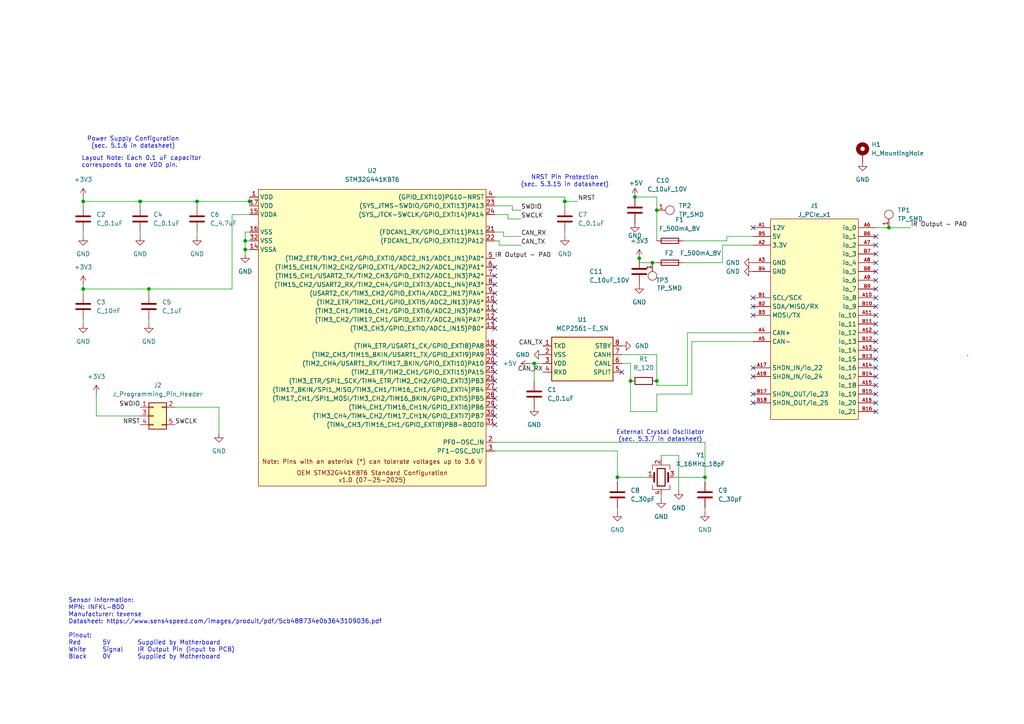
<source format=kicad_sch>
(kicad_sch (version 20250114) (generator "eeschema") (generator_version "9.0")
  (paper "A4")
  (title_block (title "Brake Temperature Sensor") (date "2026-01-31") (rev "1.0") (comment 1 "Matthew Townsend"))
  (lib_symbols
    (symbol "OEM:C_0.1uF_16V_0603" (pin_numbers (hide yes)) (pin_names (offset 0.254))
      (property "Reference" "C" (at 0.635 2.54 0))
      (property "Value" "C_0.1uF_16V" (at 0.635 -2.54 0))
      (symbol "C_0.1uF_16V_0603_0_1"
        (polyline (pts (xy -2.032 0.762) (xy 2.032 0.762)) (stroke (width 0.508)))
        (polyline (pts (xy -2.032 -0.762) (xy 2.032 -0.762)) (stroke (width 0.508)))
      )
      (symbol "C_0.1uF_16V_0603_1_1"
        (pin passive line (at 0 3.81 270) (length 2.794) (name "~") (number "1"))
        (pin passive line (at 0 -3.81 90) (length 2.794) (name "~") (number "2"))
      )
    )
    (symbol "OEM:C_10nF_50V_0603" (pin_numbers (hide yes)) (pin_names (offset 0.254))
      (property "Reference" "C" (at 0.635 2.54 0))
      (property "Value" "C_10nF_50V" (at 0.635 -2.54 0))
      (symbol "C_10nF_50V_0603_0_1"
        (polyline (pts (xy -2.032 0.762) (xy 2.032 0.762)) (stroke (width 0.508)))
        (polyline (pts (xy -2.032 -0.762) (xy 2.032 -0.762)) (stroke (width 0.508)))
      )
      (symbol "C_10nF_50V_0603_1_1"
        (pin passive line (at 0 3.81 270) (length 2.794) (name "~") (number "1"))
        (pin passive line (at 0 -3.81 90) (length 2.794) (name "~") (number "2"))
      )
    )
    (symbol "OEM:C_10uF_10V_0603" (pin_numbers (hide yes)) (pin_names (offset 0.254))
      (property "Reference" "C" (at 0.635 2.54 0))
      (property "Value" "C_10uF_10V" (at 0.635 -2.54 0))
      (symbol "C_10uF_10V_0603_0_1"
        (polyline (pts (xy -2.032 0.762) (xy 2.032 0.762)) (stroke (width 0.508)))
        (polyline (pts (xy -2.032 -0.762) (xy 2.032 -0.762)) (stroke (width 0.508)))
      )
      (symbol "C_10uF_10V_0603_1_1"
        (pin passive line (at 0 3.81 270) (length 2.794) (name "~") (number "1"))
        (pin passive line (at 0 -3.81 90) (length 2.794) (name "~") (number "2"))
      )
    )
    (symbol "OEM:C_1uF_25V_0603" (pin_numbers (hide yes)) (pin_names (offset 0.254))
      (property "Reference" "C" (at 0.635 2.54 0))
      (property "Value" "C_1uF_25V" (at 0.635 -2.54 0))
      (symbol "C_1uF_25V_0603_0_1"
        (polyline (pts (xy -2.032 0.762) (xy 2.032 0.762)) (stroke (width 0.508)))
        (polyline (pts (xy -2.032 -0.762) (xy 2.032 -0.762)) (stroke (width 0.508)))
      )
      (symbol "C_1uF_25V_0603_1_1"
        (pin passive line (at 0 3.81 270) (length 2.794) (name "~") (number "1"))
        (pin passive line (at 0 -3.81 90) (length 2.794) (name "~") (number "2"))
      )
    )
    (symbol "OEM:C_30pF_50V_0603" (pin_numbers (hide yes)) (pin_names (offset 0.254))
      (property "Reference" "C" (at 0.635 2.54 0))
      (property "Value" "C_30pF_50V" (at 0.635 -2.54 0))
      (symbol "C_30pF_50V_0603_0_1"
        (polyline (pts (xy -2.032 0.762) (xy 2.032 0.762)) (stroke (width 0.508)))
        (polyline (pts (xy -2.032 -0.762) (xy 2.032 -0.762)) (stroke (width 0.508)))
      )
      (symbol "C_30pF_50V_0603_1_1"
        (pin passive line (at 0 3.81 270) (length 2.794) (name "~") (number "1"))
        (pin passive line (at 0 -3.81 90) (length 2.794) (name "~") (number "2"))
      )
    )
    (symbol "OEM:C_4.7uF_25V_0603" (pin_numbers (hide yes)) (pin_names (offset 0.254))
      (property "Reference" "C" (at 0.635 2.54 0))
      (property "Value" "C_4.7uF_25V" (at 0.635 -2.54 0))
      (symbol "C_4.7uF_25V_0603_0_1"
        (polyline (pts (xy -2.032 0.762) (xy 2.032 0.762)) (stroke (width 0.508)))
        (polyline (pts (xy -2.032 -0.762) (xy 2.032 -0.762)) (stroke (width 0.508)))
      )
      (symbol "C_4.7uF_25V_0603_1_1"
        (pin passive line (at 0 3.81 270) (length 2.794) (name "~") (number "1"))
        (pin passive line (at 0 -3.81 90) (length 2.794) (name "~") (number "2"))
      )
    )
    (symbol "OEM:F_500mA_8V_1206" (pin_numbers (hide yes)) (pin_names (offset 0))
      (property "Reference" "F" (at 2.032 0 90))
      (property "Value" "F_500mA_8V" (at -1.905 0 90))
      (symbol "F_500mA_8V_1206_0_1"
        (rectangle (start -0.762 -2.54) (end 0.762 2.54) (stroke (width 0.254)))
        (polyline (pts (xy 0 2.54) (xy 0 -2.54)))
      )
      (symbol "F_500mA_8V_1206_1_1"
        (pin passive line (at 0 3.81 270) (length 1.27) (name "~") (number "1"))
        (pin passive line (at 0 -3.81 90) (length 1.27) (name "~") (number "2"))
      )
    )
    (symbol "OEM:H_MountingHole" (pin_numbers (hide yes)) (pin_names (offset 1.016) (hide yes)) (in_bom no)
      (property "Reference" "H" (at 0 6.35 0))
      (property "Value" "H_MountingHole" (at 0 4.445 0))
      (symbol "H_MountingHole_0_1"
        (circle (center 0 1.27) (radius 1.27) (stroke (width 1.27)))
      )
      (symbol "H_MountingHole_1_1"
        (pin input line (at 0 -2.54 90) (length 2.54) (name "1") (number "1"))
      )
    )
    (symbol "OEM:J_PCIe_x1"
      (property "Reference" "J" (at 0 30.48 0))
      (property "Value" "J_PCIe_x1" (at 0 27.94 0))
      (symbol "J_PCIe_x1_0_1"
        (circle (center 44.45 -12.954) (radius 0.0001))
      )
      (symbol "J_PCIe_x1_1_1"
        (rectangle (start -12.7 26.67) (end 12.7 -31.496) (fill (type background)))
        (pin bidirectional line (at -17.78 24.13 0) (length 5) (name "12V") (number "A1"))
        (pin bidirectional line (at -17.78 21.59 0) (length 5) (name "5V") (number "B5"))
        (pin bidirectional line (at -17.78 19.05 0) (length 5) (name "3.3V") (number "A2"))
        (pin bidirectional line (at -17.78 13.97 0) (length 5) (name "GND") (number "A3"))
        (pin bidirectional line (at -17.78 11.43 0) (length 5) (name "GND") (number "B4"))
        (pin bidirectional line (at -17.78 3.81 0) (length 5) (name "SCL/SCK") (number "B1"))
        (pin bidirectional line (at -17.78 1.27 0) (length 5) (name "SDA/MISO/RX") (number "B2"))
        (pin bidirectional line (at -17.78 -1.27 0) (length 5) (name "MOSI/TX") (number "B3"))
        (pin bidirectional line (at -17.78 -6.35 0) (length 5) (name "CAN+") (number "A4"))
        (pin bidirectional line (at -17.78 -8.89 0) (length 5) (name "CAN-") (number "A5"))
        (pin bidirectional line (at -17.78 -16.51 0) (length 5) (name "SHDN_IN/io_22") (number "A17"))
        (pin bidirectional line (at -17.78 -19.05 0) (length 5) (name "SHDN_IN/io_24") (number "A18"))
        (pin bidirectional line (at -17.78 -24.13 0) (length 5) (name "SHDN_OUT/io_23") (number "B17"))
        (pin bidirectional line (at -17.78 -26.67 0) (length 5) (name "SHDN_OUT/io_25") (number "B18"))
        (pin bidirectional line (at 17.78 24.13 180) (length 5) (name "io_0") (number "A6"))
        (pin bidirectional line (at 17.78 21.59 180) (length 5) (name "io_1") (number "B6"))
        (pin bidirectional line (at 17.78 19.05 180) (length 5) (name "io_2") (number "A7"))
        (pin bidirectional line (at 17.78 16.51 180) (length 5) (name "io_3") (number "B7"))
        (pin bidirectional line (at 17.78 13.97 180) (length 5) (name "io_4") (number "A8"))
        (pin bidirectional line (at 17.78 11.43 180) (length 5) (name "io_5") (number "B8"))
        (pin bidirectional line (at 17.78 8.89 180) (length 5) (name "io_6") (number "A9"))
        (pin bidirectional line (at 17.78 6.35 180) (length 5) (name "io_7") (number "B9"))
        (pin bidirectional line (at 17.78 3.81 180) (length 5) (name "io_8") (number "A10"))
        (pin bidirectional line (at 17.78 1.27 180) (length 5) (name "io_9") (number "B10"))
        (pin bidirectional line (at 17.78 -1.27 180) (length 5) (name "io_10") (number "A11"))
        (pin bidirectional line (at 17.78 -3.81 180) (length 5) (name "io_11") (number "B11"))
        (pin bidirectional line (at 17.78 -6.35 180) (length 5) (name "io_12") (number "A12"))
        (pin bidirectional line (at 17.78 -8.89 180) (length 5) (name "io_13") (number "B12"))
        (pin bidirectional line (at 17.78 -11.43 180) (length 5) (name "io_14") (number "A13"))
        (pin bidirectional line (at 17.78 -13.97 180) (length 5) (name "io_15") (number "B13"))
        (pin bidirectional line (at 17.78 -16.51 180) (length 5) (name "io_16") (number "A14"))
        (pin bidirectional line (at 17.78 -19.05 180) (length 5) (name "io_17") (number "B14"))
        (pin bidirectional line (at 17.78 -21.59 180) (length 5) (name "io_18") (number "A15"))
        (pin bidirectional line (at 17.78 -24.13 180) (length 5) (name "io_19") (number "B15"))
        (pin bidirectional line (at 17.78 -26.67 180) (length 5) (name "io_20") (number "A16"))
        (pin bidirectional line (at 17.78 -29.21 180) (length 5) (name "io_21") (number "B16"))
      )
    )
    (symbol "OEM:J_Programming_Pin_Header" (pin_names (offset 1.016) (hide yes))
      (property "Reference" "J" (at 1.27 5.08 0))
      (property "Value" "J_Programming_Pin_Header" (at 1.27 -5.08 0))
      (symbol "J_Programming_Pin_Header_1_1"
        (rectangle (start -1.27 3.81) (end 3.81 -3.81) (stroke (width 0.254)) (fill (type background)))
        (rectangle (start -1.27 2.667) (end 0 2.413) (stroke (width 0.1524)))
        (rectangle (start -1.27 0.127) (end 0 -0.127) (stroke (width 0.1524)))
        (rectangle (start -1.27 -2.413) (end 0 -2.667) (stroke (width 0.1524)))
        (rectangle (start 3.81 2.667) (end 2.54 2.413) (stroke (width 0.1524)))
        (rectangle (start 3.81 -2.413) (end 2.54 -2.667) (stroke (width 0.1524)))
        (pin passive line (at -3.81 2.54 0) (length 2.54) (name "Pin_1") (number "1"))
        (pin passive line (at -3.81 0 0) (length 2.54) (name "Pin_3") (number "3"))
        (pin passive line (at -3.81 -2.54 0) (length 2.54) (name "Pin_4") (number "4"))
        (pin passive line (at 6.35 2.54 180) (length 2.54) (name "Pin_2") (number "2"))
        (pin passive line (at 6.35 -2.54 180) (length 2.54) (name "Pin_5") (number "5"))
      )
    )
    (symbol "OEM:R_120_0.1W_0603" (pin_numbers (hide yes)) (pin_names (offset 0))
      (property "Reference" "R" (at 2.032 0 90))
      (property "Value" "R_120" (at 0 0 90))
      (symbol "R_120_0.1W_0603_0_1"
        (rectangle (start -1.016 -2.54) (end 1.016 2.54) (stroke (width 0.254)))
      )
      (symbol "R_120_0.1W_0603_1_1"
        (pin passive line (at 0 3.81 270) (length 1.27) (name "~") (number "1"))
        (pin passive line (at 0 -3.81 90) (length 1.27) (name "~") (number "2"))
      )
    )
    (symbol "OEM:TP_Hook_SMD" (pin_names (offset 1.016))
      (property "Reference" "TP" (at 0 7.62 0))
      (property "Value" "TP_SMD" (at 1.27 5.08 0))
      (symbol "TP_Hook_SMD_1_1"
        (circle (center 0 2.54) (radius 1.27))
        (pin input line (at 0 -1.27 90) (length 2.54) (name "~") (number "1"))
      )
    )
    (symbol "OEM:U_CAN-Transceiver_MCP2561-E_SN_SOIC-8"
      (property "Reference" "U" (at 10.16 11.43 0))
      (property "Value" "MCP2561-E_SN" (at 10.16 8.89 0))
      (symbol "U_CAN-Transceiver_MCP2561-E_SN_SOIC-8_1_1"
        (rectangle (start -8.89 6.35) (end 8.89 -6.35) (stroke (width 0.254)) (fill (type background)))
        (pin passive line (at -11.43 3.81 0) (length 2.54) (name "TXD") (number "1"))
        (pin passive line (at -11.43 1.27 0) (length 2.54) (name "VSS") (number "2"))
        (pin passive line (at -11.43 -1.27 0) (length 2.54) (name "VDD") (number "3"))
        (pin passive line (at -11.43 -3.81 0) (length 2.54) (name "RXD") (number "4"))
        (pin passive line (at 11.43 3.81 180) (length 2.54) (name "STBY") (number "8"))
        (pin passive line (at 11.43 1.27 180) (length 2.54) (name "CANH") (number "7"))
        (pin passive line (at 11.43 -1.27 180) (length 2.54) (name "CANL") (number "6"))
        (pin passive line (at 11.43 -3.81 180) (length 2.54) (name "SPLIT") (number "5"))
      )
    )
    (symbol "OEM:U_MCU_STM32G441KBT6_32-LQFP"
      (property "Reference" "U" (at 0 47.244 0))
      (property "Value" "STM32G441KBT6" (at 0 44.704 0))
      (symbol "U_MCU_STM32G441KBT6_32-LQFP_1_1"
        (rectangle (start -33.02 42.8625) (end 33.02 -43.1799) (fill (type color) (color 255 255 194 1)))
        (text "Note: Pins with an asterisk (*) can tolerate voltages up to 3.6 V\n" (at 0 -36.068 0) (effects (font (size 1.27 1.27))))
        (text "OEM STM32G441KBT6 Standard Configuration\nv1.0 (07-25-2025)" (at 0 -40.386 0) (effects (font (size 1.27 1.27))))
        (pin power_in line (at -35.56 40.64 0) (length 2.54) (name "VDD") (number "1"))
        (pin power_in line (at -35.56 38.1 0) (length 2.54) (name "VDD") (number "17"))
        (pin power_in line (at -35.56 35.56 0) (length 2.54) (name "VDDA") (number "15"))
        (pin power_in line (at -35.56 30.48 0) (length 2.54) (name "VSS") (number "16"))
        (pin power_in line (at -35.56 27.94 0) (length 2.54) (name "VSS") (number "32"))
        (pin power_in line (at -35.56 25.4 0) (length 2.54) (name "VSSA") (number "14"))
        (pin bidirectional line (at 35.56 40.64 180) (length 2.54) (name "(GPIO_EXTI10)PG10-NRST") (number "4"))
        (pin bidirectional line (at 35.56 38.1 180) (length 2.54) (name "(SYS_JTMS-SWDIO/GPIO_EXTI13)PA13") (number "23"))
        (pin bidirectional line (at 35.56 35.56 180) (length 2.54) (name "(SYS_JTCK-SWCLK/GPIO_EXTI14)PA14") (number "24"))
        (pin bidirectional line (at 35.56 30.48 180) (length 2.54) (name "(FDCAN1_RX/GPIO_EXTI11)PA11") (number "21"))
        (pin bidirectional line (at 35.56 27.94 180) (length 2.54) (name "(FDCAN1_TX/GPIO_EXTI12)PA12") (number "22"))
        (pin bidirectional line (at 35.56 22.86 180) (length 2.54) (name "(TIM2_ETR/TIM2_CH1/GPIO_EXTI0/ADC2_IN1/ADC1_IN1)PA0*") (number "5"))
        (pin bidirectional line (at 35.56 20.32 180) (length 2.54) (name "(TIM15_CH1N/TIM2_CH2/GPIO_EXTI1/ADC2_IN2/ADC1_IN2)PA1*") (number "6"))
        (pin bidirectional line (at 35.56 17.78 180) (length 2.54) (name "(TIM15_CH1/USART2_TX/TIM2_CH3/GPIO_EXTI2/ADC1_IN3)PA2*") (number "7"))
        (pin bidirectional line (at 35.56 15.24 180) (length 2.54) (name "(TIM15_CH2/USART2_RX/TIM2_CH4/GPIO_EXTI3/ADC1_IN4)PA3*") (number "8"))
        (pin bidirectional line (at 35.56 12.7 180) (length 2.54) (name "(USART2_CK/TIM3_CH2/GPIO_EXTI4/ADC2_IN17)PA4*") (number "9"))
        (pin bidirectional line (at 35.56 10.16 180) (length 2.54) (name "(TIM2_ETR/TIM2_CH1/GPIO_EXTI5/ADC2_IN13)PA5*") (number "10"))
        (pin bidirectional line (at 35.56 7.62 180) (length 2.54) (name "(TIM3_CH1/TIM16_CH1/GPIO_EXTI6/ADC2_IN3)PA6*") (number "11"))
        (pin bidirectional line (at 35.56 5.08 180) (length 2.54) (name "(TIM3_CH2/TIM17_CH1/GPIO_EXTI7/ADC2_IN4)PA7*") (number "12"))
        (pin bidirectional line (at 35.56 2.54 180) (length 2.54) (name "(TIM3_CH3/GPIO_EXTI0/ADC1_IN15)PB0*") (number "13"))
        (pin bidirectional line (at 35.56 -2.54 180) (length 2.54) (name "(TIM4_ETR/USART1_CK/GPIO_EXTI8)PA8") (number "18"))
        (pin bidirectional line (at 35.56 -5.08 180) (length 2.54) (name "(TIM2_CH3/TIM15_BKIN/USART1_TX/GPIO_EXTI9)PA9") (number "19"))
        (pin bidirectional line (at 35.56 -7.62 180) (length 2.54) (name "(TIM2_CH4/USART1_RX/TIM17_BKIN/GPIO_EXTI10)PA10") (number "20"))
        (pin bidirectional line (at 35.56 -10.16 180) (length 2.54) (name "(TIM2_ETR/TIM2_CH1/GPIO_EXTI15)PA15") (number "25"))
        (pin bidirectional line (at 35.56 -12.7 180) (length 2.54) (name "(TIM3_ETR/SPI1_SCK/TIM4_ETR/TIM2_CH2/GPIO_EXTI3)PB3") (number "26"))
        (pin bidirectional line (at 35.56 -15.24 180) (length 2.54) (name "(TIM17_BKIN/SPI1_MISO/TIM3_CH1/TIM16_CH1/GPIO_EXTI4)PB4") (number "27"))
        (pin bidirectional line (at 35.56 -17.78 180) (length 2.54) (name "(TIM17_CH1/SPI1_MOSI/TIM3_CH2/TIM16_BKIN/GPIO_EXTI5)PB5") (number "28"))
        (pin bidirectional line (at 35.56 -20.32 180) (length 2.54) (name "(TIM4_CH1/TIM16_CH1N/GPIO_EXTI6)PB6") (number "29"))
        (pin bidirectional line (at 35.56 -22.86 180) (length 2.54) (name "(TIM3_CH4/TIM4_CH2/TIM17_CH1N/GPIO_EXTI7)PB7") (number "30"))
        (pin bidirectional line (at 35.56 -25.4 180) (length 2.54) (name "(TIM4_CH3/TIM16_CH1/GPIO_EXTI8)PB8-BOOT0") (number "31"))
        (pin bidirectional line (at 35.56 -30.48 180) (length 2.54) (name "PF0-OSC_IN") (number "2"))
        (pin bidirectional line (at 35.56 -33.02 180) (length 2.54) (name "PF1-OSC_OUT") (number "3"))
      )
    )
    (symbol "OEM:X_16MHz_18pF_SMD" (pin_names (offset 1.016) (hide yes))
      (property "Reference" "Y" (at 3.175 5.08 0))
      (property "Value" "X_16MHz_18pF" (at 3.175 3.175 0))
      (symbol "X_16MHz_18pF_SMD_0_1"
        (polyline (pts (xy -2.54 2.286) (xy -2.54 3.556) (xy 2.54 3.556) (xy 2.54 2.286)))
        (polyline (pts (xy -2.54 0) (xy -2.032 0)))
        (polyline (pts (xy -2.54 -2.286) (xy -2.54 -3.556) (xy 2.54 -3.556) (xy 2.54 -2.286)))
        (polyline (pts (xy -2.032 -1.27) (xy -2.032 1.27)) (stroke (width 0.508)))
        (rectangle (start -1.143 2.54) (end 1.143 -2.54) (stroke (width 0.3048)))
        (polyline (pts (xy 0 3.556) (xy 0 3.81)))
        (polyline (pts (xy 0 -3.81) (xy 0 -3.556)))
        (polyline (pts (xy 2.032 0) (xy 2.54 0)))
        (polyline (pts (xy 2.032 -1.27) (xy 2.032 1.27)) (stroke (width 0.508)))
      )
      (symbol "X_16MHz_18pF_SMD_1_1"
        (pin passive line (at -3.81 0 0) (length 1.27) (name "1") (number "1"))
        (pin passive line (at 0 5.08 270) (length 1.27) (name "2") (number "2"))
        (pin passive line (at 0 -5.08 90) (length 1.27) (name "4") (number "4"))
        (pin passive line (at 3.81 0 180) (length 1.27) (name "3") (number "3"))
      )
    )
    (symbol "power:+3V3" (power) (pin_numbers (hide yes)) (pin_names (offset 0) (hide yes))
      (property "Value" "+3V3" (at 0 3.556 0))
      (symbol "+3V3_0_1"
        (polyline (pts (xy -0.762 1.27) (xy 0 2.54)))
        (polyline (pts (xy 0 2.54) (xy 0.762 1.27)))
        (polyline (pts (xy 0 0) (xy 0 2.54)))
      )
      (symbol "+3V3_1_1"
        (pin power_in line (at 0 0 90) (length 0) (name "~") (number "1"))
      )
    )
    (symbol "power:+5V" (power) (pin_numbers (hide yes)) (pin_names (offset 0) (hide yes))
      (property "Value" "+5V" (at 0 3.556 0))
      (symbol "+5V_0_1"
        (polyline (pts (xy -0.762 1.27) (xy 0 2.54)))
        (polyline (pts (xy 0 2.54) (xy 0.762 1.27)))
        (polyline (pts (xy 0 0) (xy 0 2.54)))
      )
      (symbol "+5V_1_1"
        (pin power_in line (at 0 0 90) (length 0) (name "~") (number "1"))
      )
    )
    (symbol "power:GND" (power) (pin_numbers (hide yes)) (pin_names (offset 0) (hide yes))
      (property "Value" "GND" (at 0 -3.81 0))
      (symbol "GND_0_1"
        (polyline (pts (xy 0 0) (xy 0 -1.27) (xy 1.27 -1.27) (xy 0 -2.54) (xy -1.27 -1.27) (xy 0 -1.27)))
      )
      (symbol "GND_1_1"
        (pin power_in line (at 0 0 270) (length 0) (name "~") (number "1"))
      )
    )
  )
  (text "Power Supply Configuration\n(sec. 5.1.6 in datasheet)" (at 38.608 41.402 0) (effects (font (size 1.27 1.27))))
  (text "NRST Pin Protection\n(sec. 5.3.15 in datasheet)" (at 163.83 52.578 0) (effects (font (size 1.27 1.27))))
  (text "External Crystal Oscillator\n(sec. 5.3.7 in datasheet)" (at 191.516 126.492 0) (effects (font (size 1.27 1.27))))
  (text "Sensor Information:\nMPN: INFKL-800\nManufacturer: texense\nDatasheet: https://www.sens4speed.com/images/produit/pdf/5cb488734e0b3643109036.pdf\n\nPinout:\nRed		5V		Supplied by Motherboard\nWhite	Signal	IR Output Pin (input to PCB)\nBlack	0V		Supplied by Motherboard" (at 19.812 173.482 0) (effects (font (size 1.27 1.27)) (justify left top)))
  (text "Layout Note: Each 0.1 uF capacitor\ncorresponds to one VDD pin." (at 23.622 46.99 0) (effects (font (size 1.27 1.27)) (justify left)))
  (junction (at 40.64 58.42))
  (junction (at 189.23 76.2))
  (junction (at 257.81 66.04))
  (junction (at 163.83 58.42))
  (junction (at 72.39 58.42))
  (junction (at 184.15 57.15))
  (junction (at 179.07 138.43))
  (junction (at 204.47 138.43))
  (junction (at 24.13 83.82))
  (junction (at 57.15 58.42))
  (junction (at 43.18 83.82))
  (junction (at 190.5 60.96))
  (junction (at 71.12 72.39))
  (junction (at 185.42 74.93))
  (junction (at 24.13 58.42))
  (junction (at 190.5 110.49))
  (junction (at 154.94 105.41))
  (junction (at 71.12 69.85))
  (junction (at 182.88 110.49))
  (no_connect (at 143.51 123.19))
  (no_connect (at 254 91.44))
  (no_connect (at 143.51 113.03))
  (no_connect (at 143.51 80.01))
  (no_connect (at 143.51 105.41))
  (no_connect (at 143.51 120.65))
  (no_connect (at 143.51 90.17))
  (no_connect (at 218.44 88.9))
  (no_connect (at 254 78.74))
  (no_connect (at 143.51 100.33))
  (no_connect (at 254 68.58))
  (no_connect (at 254 109.22))
  (no_connect (at 218.44 106.68))
  (no_connect (at 254 119.38))
  (no_connect (at 143.51 85.09))
  (no_connect (at 254 83.82))
  (no_connect (at 143.51 95.25))
  (no_connect (at 254 111.76))
  (no_connect (at 254 86.36))
  (no_connect (at 254 88.9))
  (no_connect (at 218.44 116.84))
  (no_connect (at 218.44 114.3))
  (no_connect (at 143.51 102.87))
  (no_connect (at 218.44 86.36))
  (no_connect (at 218.44 91.44))
  (no_connect (at 254 106.68))
  (no_connect (at 143.51 92.71))
  (no_connect (at 143.51 87.63))
  (no_connect (at 143.51 118.11))
  (no_connect (at 180.34 107.95))
  (no_connect (at 254 116.84))
  (no_connect (at 254 99.06))
  (no_connect (at 254 73.66))
  (no_connect (at 254 104.14))
  (no_connect (at 254 93.98))
  (no_connect (at 254 101.6))
  (no_connect (at 254 71.12))
  (no_connect (at 254 81.28))
  (no_connect (at 254 76.2))
  (no_connect (at 254 114.3))
  (no_connect (at 143.51 107.95))
  (no_connect (at 143.51 110.49))
  (no_connect (at 218.44 66.04))
  (no_connect (at 143.51 115.57))
  (no_connect (at 143.51 82.55))
  (no_connect (at 218.44 109.22))
  (no_connect (at 143.51 77.47))
  (no_connect (at 254 96.52))
  (wire (pts (xy 190.5 110.49) (xy 190.5 111.76)))
  (wire (pts (xy 199.39 111.76) (xy 199.39 96.52)))
  (wire (pts (xy 72.39 67.31) (xy 71.12 67.31)))
  (wire (pts (xy 195.58 138.43) (xy 204.47 138.43)))
  (wire (pts (xy 71.12 72.39) (xy 71.12 73.66)))
  (wire (pts (xy 179.07 138.43) (xy 187.96 138.43)))
  (wire (pts (xy 179.07 138.43) (xy 179.07 139.7)))
  (wire (pts (xy 143.51 67.31) (xy 146.05 67.31)))
  (wire (pts (xy 71.12 72.39) (xy 71.12 69.85)))
  (wire (pts (xy 182.88 110.49) (xy 182.88 119.38)))
  (wire (pts (xy 200.66 99.06) (xy 218.44 99.06)))
  (wire (pts (xy 72.39 58.42) (xy 72.39 59.69)))
  (wire (pts (xy 182.88 119.38) (xy 190.5 119.38)))
  (wire (pts (xy 182.88 110.49) (xy 182.88 105.41)))
  (wire (pts (xy 154.94 110.49) (xy 154.94 105.41)))
  (wire (pts (xy 163.83 67.31) (xy 163.83 68.58)))
  (wire (pts (xy 190.5 111.76) (xy 199.39 111.76)))
  (wire (pts (xy 200.66 114.3) (xy 200.66 99.06)))
  (wire (pts (xy 67.31 62.23) (xy 67.31 83.82)))
  (wire (pts (xy 72.39 72.39) (xy 71.12 72.39)))
  (wire (pts (xy 154.94 105.41) (xy 157.48 105.41)))
  (wire (pts (xy 24.13 82.55) (xy 24.13 83.82)))
  (wire (pts (xy 24.13 67.31) (xy 24.13 68.58)))
  (wire (pts (xy 204.47 138.43) (xy 204.47 139.7)))
  (wire (pts (xy 199.39 96.52) (xy 218.44 96.52)))
  (wire (pts (xy 71.12 67.31) (xy 71.12 69.85)))
  (wire (pts (xy 24.13 85.09) (xy 24.13 83.82)))
  (wire (pts (xy 210.82 68.58) (xy 210.82 69.85)))
  (wire (pts (xy 43.18 92.71) (xy 43.18 93.98)))
  (wire (pts (xy 24.13 57.15) (xy 24.13 58.42)))
  (wire (pts (xy 163.83 58.42) (xy 163.83 59.69)))
  (wire (pts (xy 257.81 66.04) (xy 254 66.04)))
  (wire (pts (xy 143.51 62.23) (xy 147.32 62.23)))
  (wire (pts (xy 72.39 57.15) (xy 72.39 58.42)))
  (wire (pts (xy 204.47 147.32) (xy 204.47 148.59)))
  (wire (pts (xy 144.78 71.12) (xy 151.13 71.12)))
  (wire (pts (xy 50.8 118.11) (xy 63.5 118.11)))
  (wire (pts (xy 43.18 83.82) (xy 67.31 83.82)))
  (wire (pts (xy 146.05 67.31) (xy 146.05 68.58)))
  (wire (pts (xy 143.51 57.15) (xy 163.83 57.15)))
  (wire (pts (xy 146.05 68.58) (xy 151.13 68.58)))
  (wire (pts (xy 185.42 74.93) (xy 185.42 76.2)))
  (wire (pts (xy 196.85 132.08) (xy 196.85 142.24)))
  (wire (pts (xy 209.55 71.12) (xy 218.44 71.12)))
  (wire (pts (xy 71.12 69.85) (xy 72.39 69.85)))
  (wire (pts (xy 179.07 138.43) (xy 179.07 130.81)))
  (wire (pts (xy 63.5 118.11) (xy 63.5 125.73)))
  (wire (pts (xy 190.5 102.87) (xy 190.5 110.49)))
  (wire (pts (xy 180.34 102.87) (xy 190.5 102.87)))
  (wire (pts (xy 43.18 83.82) (xy 43.18 85.09)))
  (wire (pts (xy 204.47 128.27) (xy 204.47 138.43)))
  (wire (pts (xy 190.5 57.15) (xy 190.5 60.96)))
  (wire (pts (xy 191.77 132.08) (xy 191.77 133.35)))
  (wire (pts (xy 189.23 76.2) (xy 190.5 76.2)))
  (wire (pts (xy 148.59 60.96) (xy 151.13 60.96)))
  (wire (pts (xy 24.13 58.42) (xy 40.64 58.42)))
  (wire (pts (xy 143.51 59.69) (xy 148.59 59.69)))
  (wire (pts (xy 24.13 92.71) (xy 24.13 93.98)))
  (wire (pts (xy 210.82 68.58) (xy 218.44 68.58)))
  (wire (pts (xy 182.88 105.41) (xy 180.34 105.41)))
  (wire (pts (xy 27.94 120.65) (xy 27.94 114.3)))
  (wire (pts (xy 24.13 83.82) (xy 43.18 83.82)))
  (wire (pts (xy 40.64 58.42) (xy 40.64 59.69)))
  (wire (pts (xy 191.77 132.08) (xy 196.85 132.08)))
  (wire (pts (xy 143.51 130.81) (xy 179.07 130.81)))
  (wire (pts (xy 179.07 148.59) (xy 179.07 147.32)))
  (wire (pts (xy 163.83 58.42) (xy 167.64 58.42)))
  (wire (pts (xy 184.15 57.15) (xy 190.5 57.15)))
  (wire (pts (xy 190.5 119.38) (xy 190.5 114.3)))
  (wire (pts (xy 143.51 69.85) (xy 144.78 69.85)))
  (wire (pts (xy 57.15 58.42) (xy 72.39 58.42)))
  (wire (pts (xy 40.64 58.42) (xy 57.15 58.42)))
  (wire (pts (xy 198.12 76.2) (xy 209.55 76.2)))
  (wire (pts (xy 190.5 114.3) (xy 200.66 114.3)))
  (wire (pts (xy 185.42 76.2) (xy 189.23 76.2)))
  (wire (pts (xy 57.15 58.42) (xy 57.15 59.69)))
  (wire (pts (xy 147.32 62.23) (xy 147.32 63.5)))
  (wire (pts (xy 143.51 128.27) (xy 204.47 128.27)))
  (wire (pts (xy 57.15 67.31) (xy 57.15 68.58)))
  (wire (pts (xy 198.12 69.85) (xy 210.82 69.85)))
  (wire (pts (xy 40.64 67.31) (xy 40.64 68.58)))
  (wire (pts (xy 148.59 59.69) (xy 148.59 60.96)))
  (wire (pts (xy 191.77 143.51) (xy 191.77 144.78)))
  (wire (pts (xy 24.13 58.42) (xy 24.13 59.69)))
  (wire (pts (xy 257.81 66.04) (xy 264.16 66.04)))
  (wire (pts (xy 144.78 69.85) (xy 144.78 71.12)))
  (wire (pts (xy 190.5 60.96) (xy 190.5 69.85)))
  (wire (pts (xy 147.32 63.5) (xy 151.13 63.5)))
  (wire (pts (xy 153.67 105.41) (xy 154.94 105.41)))
  (wire (pts (xy 209.55 71.12) (xy 209.55 76.2)))
  (wire (pts (xy 163.83 57.15) (xy 163.83 58.42)))
  (wire (pts (xy 72.39 62.23) (xy 67.31 62.23)))
  (wire (pts (xy 27.94 120.65) (xy 40.64 120.65)))
  (label "NRST" (at 167.64 58.42 0))
  (label "CAN_TX" (at 151.13 71.12 0))
  (label "IR Output - PA0" (at 143.51 74.93 0))
  (label "CAN_TX" (at 157.48 100.33 180))
  (label "SWDIO" (at 40.64 118.11 180))
  (label "IR Output - PA0" (at 264.16 66.04 0))
  (label "CAN_RX" (at 151.13 68.58 0))
  (label "SWCLK" (at 151.13 63.5 0))
  (label "SWCLK" (at 50.8 123.19 0))
  (label "CAN_RX" (at 157.48 107.95 180))
  (label "NRST" (at 40.64 123.19 180))
  (label "SWDIO" (at 151.13 60.96 0))
  (symbol (lib_id "power:GND") (at 185.42 82.55 0) (unit 1)
    (property "Reference" "#PWR02" (effects (hide yes)))
    (property "Value" "GND" (at 185.42 87.63 0))
    (property "Description" "Power symbol creates a global label with name \"GND\" , ground" (effects (hide yes)))
  )
  (symbol (lib_id "OEM:X_16MHz_18pF_SMD") (at 191.77 138.43 0) (unit 1)
    (property "Reference" "Y1" (at 203.2 132.0098 0))
    (property "Value" "X_16MHz_18pF" (at 203.2 134.5498 0))
    (property "Footprint" "OEM:FA238160000MBC0 (X_16MHz_18pF_SMD - FA-238_16.0000MB-C0)" (effects (hide yes)))
    (property "Datasheet" "https://www.mouser.com/datasheet/3/97/1/FA-238_en.pdf" (effects (hide yes)))
    (property "Description" "CRYSTAL 16.0000MHZ 18PF SMD" (effects (hide yes)))
    (property "MPN" "FA-238 16.0000MB-C0" (effects (hide yes)))
  )
  (symbol (lib_id "OEM:TP_Hook_SMD") (at 257.81 64.77 0) (unit 1)
    (property "Reference" "TP1" (at 260.35 60.9599 0) (effects (justify left)))
    (property "Value" "TP_SMD" (at 260.35 63.4999 0) (effects (justify left)))
    (property "Footprint" "OEM:TP_Hook_SMD" (effects (hide yes)))
    (property "Datasheet" "https://www.mouser.com/datasheet/3/201/1/5019.PDF" (effects (hide yes)))
    (property "Description" "Test Point SMD Hook" (effects (hide yes)))
    (property "MPN" "5019" (effects (hide yes)))
  )
  (symbol (lib_id "power:GND") (at 250.19 46.99 0) (unit 1)
    (property "Reference" "#PWR014" (effects (hide yes)))
    (property "Value" "GND" (at 250.19 52.07 0))
    (property "Description" "Power symbol creates a global label with name \"GND\" , ground" (effects (hide yes)))
  )
  (symbol (lib_id "power:+3V3") (at 24.13 82.55 0) (unit 1)
    (property "Reference" "#PWR07" (effects (hide yes)))
    (property "Value" "+3V3" (at 24.13 77.47 0))
    (property "Description" "Power symbol creates a global label with name \"+3V3\"" (effects (hide yes)))
  )
  (symbol (lib_id "power:GND") (at 40.64 68.58 0) (unit 1)
    (property "Reference" "#PWR0103" (effects (hide yes)))
    (property "Value" "GND" (at 40.64 73.66 0))
    (property "Description" "Power symbol creates a global label with name \"GND\" , ground" (effects (hide yes)))
  )
  (symbol (lib_id "power:GND") (at 43.18 93.98 0) (unit 1)
    (property "Reference" "#PWR0110" (effects (hide yes)))
    (property "Value" "GND" (at 43.18 99.06 0))
    (property "Description" "Power symbol creates a global label with name \"GND\" , ground" (effects (hide yes)))
  )
  (symbol (lib_id "power:GND") (at 24.13 68.58 0) (unit 1)
    (property "Reference" "#PWR06" (effects (hide yes)))
    (property "Value" "GND" (at 24.13 73.66 0))
    (property "Description" "Power symbol creates a global label with name \"GND\" , ground" (effects (hide yes)))
  )
  (symbol (lib_id "OEM:C_4.7uF_25V_0603") (at 57.15 63.5 0) (unit 1)
    (property "Reference" "C6" (at 60.96 62.2299 0) (effects (justify left)))
    (property "Value" "C_4.7uF" (at 60.96 64.7699 0) (effects (justify left)))
    (property "Footprint" "OEM:C_0603_1608Metric" (effects (hide yes)))
    (property "Datasheet" "https://www.mouser.com/catalog/specsheets/mure-s-a0004413631-1.pdf" (effects (hide yes)))
    (property "Description" "CAP CER 4.7UF 25V X5R 0603" (effects (hide yes)))
    (property "MPN" "GRT188R61E475ME13D" (effects (hide yes)))
  )
  (symbol (lib_id "OEM:U_CAN-Transceiver_MCP2561-E_SN_SOIC-8") (at 168.91 104.14 0) (unit 1)
    (property "Reference" "U1" (at 168.91 92.71 0))
    (property "Value" "MCP2561-E_SN" (at 168.91 95.25 0))
    (property "Footprint" "OEM:SOIC-8_3.9x4.9mm_P1.27mm" (effects (hide yes)))
    (property "Datasheet" "https://www.mouser.com/datasheet/3/282/1/20005167C.pdf" (effects (hide yes)))
    (property "Description" "IC TRANSCEIVER HALF 1/1 8SOIC" (effects (hide yes)))
    (property "MPN" "MCP2561-E/SN" (effects (hide yes)))
  )
  (symbol (lib_id "OEM:F_500mA_8V_1206") (at 194.31 69.85 90) (unit 1)
    (property "Reference" "F1" (at 197.104 63.754 90))
    (property "Value" "F_500mA_8V" (at 197.104 66.294 90))
    (property "Footprint" "OEM:Fuse_1206_3216Metric" (effects (hide yes)))
    (property "Datasheet" "https://www.mouser.com/datasheet/3/191/1/ds-cp-0zcj-series.pdf" (effects (hide yes)))
    (property "Description" "PTC RESET FUSE 8V 500MA 1206" (effects (hide yes)))
    (property "MPN" "0ZCJ0050FF2G" (effects (hide yes)))
  )
  (symbol (lib_id "power:GND") (at 191.77 144.78 0) (unit 1)
    (property "Reference" "#PWR0104" (effects (hide yes)))
    (property "Value" "GND" (at 191.77 149.86 0))
    (property "Description" "Power symbol creates a global label with name \"GND\" , ground" (effects (hide yes)))
  )
  (symbol (lib_id "power:GND") (at 204.47 148.59 0) (unit 1)
    (property "Reference" "#PWR0107" (effects (hide yes)))
    (property "Value" "GND" (at 204.47 153.67 0))
    (property "Description" "Power symbol creates a global label with name \"GND\" , ground" (effects (hide yes)))
  )
  (symbol (lib_id "OEM:H_MountingHole") (at 250.19 44.45 0) (unit 1) (in_bom no)
    (property "Reference" "H1" (at 252.73 41.9099 0) (effects (justify left)))
    (property "Value" "H_MountingHole" (at 252.73 44.4499 0) (effects (justify left)))
    (property "Footprint" "OEM:H_MountingHole" (effects (hide yes)))
    (property "Description" "Mounting Hole with connection" (effects (hide yes)))
  )
  (symbol (lib_id "OEM:C_0.1uF_16V_0603") (at 154.94 114.3 0) (unit 1)
    (property "Reference" "C1" (at 158.75 113.0299 0) (effects (justify left)))
    (property "Value" "C_0.1uF" (at 158.75 115.5699 0) (effects (justify left)))
    (property "Footprint" "OEM:C_0603_1608Metric" (effects (hide yes)))
    (property "Datasheet" "https://www.mouser.com/datasheet/3/72/1/KEM_C1005_Y5V_SMD.pdf" (effects (hide yes)))
    (property "Description" "CAP CER 0.1UF 16V Y5V 0603" (effects (hide yes)))
    (property "MPN" "C0603C104Z4VACTU" (effects (hide yes)))
  )
  (symbol (lib_id "OEM:R_120_0.1W_0603") (at 186.69 110.49 90) (unit 1)
    (property "Reference" "R1" (at 186.69 104.14 90))
    (property "Value" "R_120" (at 186.69 106.68 90))
    (property "Footprint" "OEM:R_0603_1608Metric" (effects (hide yes)))
    (property "Datasheet" "https://www.mouser.com/datasheet/3/508/1/PYu-RC_Group_51_RoHS_L_12.pdf" (effects (hide yes)))
    (property "Description" "RES 120 OHM 1% 1/10W 0603" (effects (hide yes)))
    (property "MPN" "RC0603FR-13120RL" (effects (hide yes)))
  )
  (symbol (lib_id "OEM:C_0.1uF_16V_0603") (at 163.83 63.5 0) (unit 1)
    (property "Reference" "C7" (at 167.64 62.2299 0) (effects (justify left)))
    (property "Value" "C_0.1uF" (at 167.64 64.7699 0) (effects (justify left)))
    (property "Footprint" "OEM:C_0603_1608Metric" (effects (hide yes)))
    (property "Datasheet" "https://www.mouser.com/datasheet/3/72/1/KEM_C1005_Y5V_SMD.pdf" (effects (hide yes)))
    (property "Description" "CAP CER 0.1UF 16V Y5V 0603" (effects (hide yes)))
    (property "MPN" "C0603C104Z4VACTU" (effects (hide yes)))
  )
  (symbol (lib_id "power:+3V3") (at 27.94 114.3 0) (unit 1)
    (property "Reference" "#PWR0109" (effects (hide yes)))
    (property "Value" "+3V3" (at 27.94 109.22 0))
    (property "Description" "Power symbol creates a global label with name \"+3V3\"" (effects (hide yes)))
  )
  (symbol (lib_id "OEM:C_30pF_50V_0603") (at 204.47 143.51 0) (unit 1)
    (property "Reference" "C9" (at 208.28 142.2399 0) (effects (justify left)))
    (property "Value" "C_30pF" (at 208.28 144.7799 0) (effects (justify left)))
    (property "Footprint" "OEM:C_0603_1608Metric" (effects (hide yes)))
    (property "Datasheet" "https://www.mouser.com/datasheet/3/1099/1/SEI-CML.PDF" (effects (hide yes)))
    (property "Description" "CAP CER 30PF 50V C0G/NP0 0603" (effects (hide yes)))
    (property "MPN" "CML0603C0G300JT50V" (effects (hide yes)))
  )
  (symbol (lib_id "power:GND") (at 163.83 68.58 0) (unit 1)
    (property "Reference" "#PWR0108" (effects (hide yes)))
    (property "Value" "GND" (at 163.83 73.66 0))
    (property "Description" "Power symbol creates a global label with name \"GND\" , ground" (effects (hide yes)))
  )
  (symbol (lib_id "power:GND") (at 184.15 64.77 0) (unit 1)
    (property "Reference" "#PWR013" (effects (hide yes)))
    (property "Value" "GND" (at 184.15 68.326 0))
    (property "Description" "Power symbol creates a global label with name \"GND\" , ground" (effects (hide yes)))
  )
  (symbol (lib_id "power:+3V3") (at 24.13 57.15 0) (unit 1)
    (property "Reference" "#PWR05" (effects (hide yes)))
    (property "Value" "+3V3" (at 24.13 52.07 0))
    (property "Description" "Power symbol creates a global label with name \"+3V3\"" (effects (hide yes)))
  )
  (symbol (lib_id "power:+3V3") (at 185.42 74.93 0) (unit 1)
    (property "Reference" "#PWR016" (effects (hide yes)))
    (property "Value" "+3V3" (at 185.42 69.85 0))
    (property "Description" "Power symbol creates a global label with name \"+3V3\"" (effects (hide yes)))
  )
  (symbol (lib_id "power:GND") (at 157.48 102.87 270) (unit 1)
    (property "Reference" "#PWR03" (effects (hide yes)))
    (property "Value" "GND" (at 153.67 102.8699 90) (effects (justify right)))
    (property "Description" "Power symbol creates a global label with name \"GND\" , ground" (effects (hide yes)))
  )
  (symbol (lib_id "power:GND") (at 63.5 125.73 0) (unit 1)
    (property "Reference" "#PWR0111" (effects (hide yes)))
    (property "Value" "GND" (at 63.5 130.81 0))
    (property "Description" "Power symbol creates a global label with name \"GND\" , ground" (effects (hide yes)))
  )
  (symbol (lib_id "power:+5V") (at 184.15 57.15 0) (unit 1)
    (property "Reference" "#PWR010" (effects (hide yes)))
    (property "Value" "+5V" (at 184.404 53.086 0))
    (property "Description" "Power symbol creates a global label with name \"+5V\"" (effects (hide yes)))
  )
  (symbol (lib_id "power:GND") (at 180.34 100.33 90) (unit 1)
    (property "Reference" "#PWR09" (effects (hide yes)))
    (property "Value" "GND" (at 184.15 100.3299 90) (effects (justify right)))
    (property "Description" "Power symbol creates a global label with name \"GND\" , ground" (effects (hide yes)))
  )
  (symbol (lib_id "power:GND") (at 196.85 142.24 0) (unit 1)
    (property "Reference" "#PWR0106" (effects (hide yes)))
    (property "Value" "GND" (at 196.85 147.32 0))
    (property "Description" "Power symbol creates a global label with name \"GND\" , ground" (effects (hide yes)))
  )
  (symbol (lib_id "power:GND") (at 218.44 78.74 270) (unit 1)
    (property "Reference" "#PWR015" (effects (hide yes)))
    (property "Value" "GND" (at 214.63 78.7399 90) (effects (justify right)))
    (property "Description" "Power symbol creates a global label with name \"GND\" , ground" (effects (hide yes)))
  )
  (symbol (lib_id "OEM:C_0.1uF_16V_0603") (at 40.64 63.5 0) (unit 1)
    (property "Reference" "C4" (at 44.45 62.2299 0) (effects (justify left)))
    (property "Value" "C_0.1uF" (at 44.45 64.7699 0) (effects (justify left)))
    (property "Footprint" "OEM:C_0603_1608Metric" (effects (hide yes)))
    (property "Datasheet" "https://www.mouser.com/datasheet/3/72/1/KEM_C1005_Y5V_SMD.pdf" (effects (hide yes)))
    (property "Description" "CAP CER 0.1UF 16V Y5V 0603" (effects (hide yes)))
    (property "MPN" "C0603C104Z4VACTU" (effects (hide yes)))
  )
  (symbol (lib_id "OEM:J_PCIe_x1") (at 236.22 90.17 0) (unit 1)
    (property "Reference" "J1" (at 236.22 59.69 0))
    (property "Value" "J_PCIe_x1" (at 236.22 62.23 0))
    (property "Footprint" "OEM:J_PCIe_x1_Key" (effects (hide yes)))
    (property "Datasheet" "https://www.te.com/commerce/DocumentDelivery/DDEController?Action=showdoc&DocId=Data+Sheet%7F4-1773442-7%7F0308%7Fpdf%7FEnglish%7FENG_DS_4-1773442-7_0308.pdf%7F2-1761465-1" (effects (hide yes)))
    (property "Description" "Interface used to connect daugterboards to motherboards" (effects (hide yes)))
    (property "MPN" "2-1761465-1" (effects (hide yes)))
  )
  (symbol (lib_id "OEM:TP_Hook_SMD") (at 189.23 77.47 180) (unit 1)
    (property "Reference" "TP3" (at 190.246 81.28 0) (effects (justify right)))
    (property "Value" "TP_SMD" (at 190.5 83.566 0) (effects (justify right)))
    (property "Footprint" "OEM:TP_Hook_SMD" (effects (hide yes)))
    (property "Datasheet" "https://www.mouser.com/datasheet/3/201/1/5019.PDF" (effects (hide yes)))
    (property "Description" "Test Point SMD Hook" (effects (hide yes)))
    (property "MPN" "5019" (effects (hide yes)))
  )
  (symbol (lib_id "power:GND") (at 71.12 73.66 0) (unit 1)
    (property "Reference" "#PWR0101" (effects (hide yes)))
    (property "Value" "GND" (at 71.12 78.74 0))
    (property "Description" "Power symbol creates a global label with name \"GND\" , ground" (effects (hide yes)))
  )
  (symbol (lib_id "OEM:J_Programming_Pin_Header") (at 44.45 120.65 0) (unit 1)
    (property "Reference" "J2" (at 45.72 111.76 0))
    (property "Value" "J_Programming_Pin_Header" (at 45.72 114.3 0))
    (property "Footprint" "OEM:J_Programming_Pin_Header_Keyed" (effects (hide yes)))
    (property "Description" "Programming Pin Header for the STM32G441KBT6 and STM32G474RExx Chips (OEM Standard Configuration v1.0)" (effects (hide yes)))
  )
  (symbol (lib_id "OEM:C_10uF_10V_0603") (at 185.42 78.74 0) (unit 1)
    (property "Reference" "C11" (at 170.942 78.74 0) (effects (justify left)))
    (property "Value" "C_10uF_10V" (at 170.942 81.28 0) (effects (justify left)))
    (property "Footprint" "OEM:C_0603_1608Metric" (effects (hide yes)))
    (property "Datasheet" "https://search.murata.co.jp/Ceramy/image/img/A01X/G101/ENG/GRM188D71A106KA73-01.pdf" (effects (hide yes)))
    (property "Description" "CAP CER 10UF 10V X7T 0603" (effects (hide yes)))
    (property "MPN" "GRM188D71A106KA73D" (effects (hide yes)))
  )
  (symbol (lib_id "power:GND") (at 218.44 76.2 270) (unit 1)
    (property "Reference" "#PWR012" (effects (hide yes)))
    (property "Value" "GND" (at 214.63 76.1999 90) (effects (justify right)))
    (property "Description" "Power symbol creates a global label with name \"GND\" , ground" (effects (hide yes)))
  )
  (symbol (lib_id "OEM:U_MCU_STM32G441KBT6_32-LQFP") (at 107.95 97.79 0) (unit 1)
    (property "Reference" "U2" (at 107.95 49.53 0))
    (property "Value" "STM32G441KBT6" (at 107.95 52.07 0))
    (property "Footprint" "OEM:LQFP-32_7x7mm_P0.8mm" (effects (hide yes)))
    (property "Datasheet" "https://www.st.com/resource/en/datasheet/stm32g441kb.pdf" (effects (hide yes)))
    (property "Description" "OEM STM32G441KBT6 Standard Configuration - v1.0 (07-25-2025)" (effects (hide yes)))
  )
  (symbol (lib_id "OEM:C_1uF_25V_0603") (at 43.18 88.9 0) (unit 1)
    (property "Reference" "C5" (at 46.99 87.6299 0) (effects (justify left)))
    (property "Value" "C_1uF" (at 46.99 90.1699 0) (effects (justify left)))
    (property "Footprint" "OEM:C_0603_1608Metric" (effects (hide yes)))
    (property "Datasheet" "https://mm.digikey.com/Volume0/opasdata/d220001/medias/docus/3644/CL10B105KA8NNNC_spec.pdf" (effects (hide yes)))
    (property "Description" "CAP CER 1UF 25V X7R 0603" (effects (hide yes)))
    (property "MPN" "CL10B105KA8NNNC" (effects (hide yes)))
  )
  (symbol (lib_id "OEM:C_10uF_10V_0603") (at 184.15 60.96 0) (unit 1)
    (property "Reference" "C10" (at 190.246 52.324 0) (effects (justify left)))
    (property "Value" "C_10uF_10V" (at 187.706 54.864 0) (effects (justify left)))
    (property "Footprint" "OEM:C_0603_1608Metric" (effects (hide yes)))
    (property "Datasheet" "https://search.murata.co.jp/Ceramy/image/img/A01X/G101/ENG/GRM188D71A106KA73-01.pdf" (effects (hide yes)))
    (property "Description" "CAP CER 10UF 10V X7T 0603" (effects (hide yes)))
    (property "MPN" "GRM188D71A106KA73D" (effects (hide yes)))
  )
  (symbol (lib_id "power:GND") (at 24.13 93.98 0) (unit 1)
    (property "Reference" "#PWR08" (effects (hide yes)))
    (property "Value" "GND" (at 24.13 99.06 0))
    (property "Description" "Power symbol creates a global label with name \"GND\" , ground" (effects (hide yes)))
  )
  (symbol (lib_id "power:GND") (at 154.94 118.11 0) (unit 1)
    (property "Reference" "#PWR04" (effects (hide yes)))
    (property "Value" "GND" (at 154.94 123.19 0))
    (property "Description" "Power symbol creates a global label with name \"GND\" , ground" (effects (hide yes)))
  )
  (symbol (lib_id "OEM:C_10nF_50V_0603") (at 24.13 88.9 0) (unit 1)
    (property "Reference" "C3" (at 27.94 87.6299 0) (effects (justify left)))
    (property "Value" "C_10nF" (at 27.94 90.1699 0) (effects (justify left)))
    (property "Footprint" "OEM:C_0603_1608Metric" (effects (hide yes)))
    (property "Datasheet" "https://mm.digikey.com/Volume0/opasdata/d220001/medias/docus/609/CL10B103KB8NNNC_Spec.pdf" (effects (hide yes)))
    (property "Description" "CAP CER 10000PF 50V X7R 0603" (effects (hide yes)))
    (property "MPN" "CL10B103KB8NNNC" (effects (hide yes)))
  )
  (symbol (lib_id "OEM:C_0.1uF_16V_0603") (at 24.13 63.5 0) (unit 1)
    (property "Reference" "C2" (at 27.94 62.2299 0) (effects (justify left)))
    (property "Value" "C_0.1uF" (at 27.94 64.7699 0) (effects (justify left)))
    (property "Footprint" "OEM:C_0603_1608Metric" (effects (hide yes)))
    (property "Datasheet" "https://www.mouser.com/datasheet/3/72/1/KEM_C1005_Y5V_SMD.pdf" (effects (hide yes)))
    (property "Description" "CAP CER 0.1UF 16V Y5V 0603" (effects (hide yes)))
    (property "MPN" "C0603C104Z4VACTU" (effects (hide yes)))
  )
  (symbol (lib_id "OEM:TP_Hook_SMD") (at 191.77 60.96 270) (unit 1)
    (property "Reference" "TP2" (at 196.85 59.6899 90) (effects (justify left)))
    (property "Value" "TP_SMD" (at 196.85 62.2299 90) (effects (justify left)))
    (property "Footprint" "OEM:TP_Hook_SMD" (effects (hide yes)))
    (property "Datasheet" "https://www.mouser.com/datasheet/3/201/1/5019.PDF" (effects (hide yes)))
    (property "Description" "Test Point SMD Hook" (effects (hide yes)))
    (property "MPN" "5019" (effects (hide yes)))
  )
  (symbol (lib_id "power:GND") (at 179.07 148.59 0) (unit 1)
    (property "Reference" "#PWR0105" (effects (hide yes)))
    (property "Value" "GND" (at 179.07 153.67 0))
    (property "Description" "Power symbol creates a global label with name \"GND\" , ground" (effects (hide yes)))
  )
  (symbol (lib_id "power:GND") (at 57.15 68.58 0) (unit 1)
    (property "Reference" "#PWR0102" (effects (hide yes)))
    (property "Value" "GND" (at 57.15 73.66 0))
    (property "Description" "Power symbol creates a global label with name \"GND\" , ground" (effects (hide yes)))
  )
  (symbol (lib_id "OEM:F_500mA_8V_1206") (at 194.31 76.2 90) (unit 1)
    (property "Reference" "F2" (at 194.056 73.406 90))
    (property "Value" "F_500mA_8V" (at 203.2 73.406 90))
    (property "Footprint" "OEM:Fuse_1206_3216Metric" (effects (hide yes)))
    (property "Datasheet" "https://www.mouser.com/datasheet/3/191/1/ds-cp-0zcj-series.pdf" (effects (hide yes)))
    (property "Description" "PTC RESET FUSE 8V 500MA 1206" (effects (hide yes)))
    (property "MPN" "0ZCJ0050FF2G" (effects (hide yes)))
  )
  (symbol (lib_id "OEM:C_30pF_50V_0603") (at 179.07 143.51 0) (unit 1)
    (property "Reference" "C8" (at 182.88 142.2399 0) (effects (justify left)))
    (property "Value" "C_30pF" (at 182.88 144.7799 0) (effects (justify left)))
    (property "Footprint" "OEM:C_0603_1608Metric" (effects (hide yes)))
    (property "Datasheet" "https://www.mouser.com/datasheet/3/1099/1/SEI-CML.PDF" (effects (hide yes)))
    (property "Description" "CAP CER 30PF 50V C0G/NP0 0603" (effects (hide yes)))
    (property "MPN" "CML0603C0G300JT50V" (effects (hide yes)))
  )
  (symbol (lib_id "power:+5V") (at 153.67 105.41 90) (unit 1)
    (property "Reference" "#PWR01" (effects (hide yes)))
    (property "Value" "+5V" (at 149.86 105.4099 90) (effects (justify left)))
    (property "Description" "Power symbol creates a global label with name \"+5V\"" (effects (hide yes)))
  )
)
</source>
